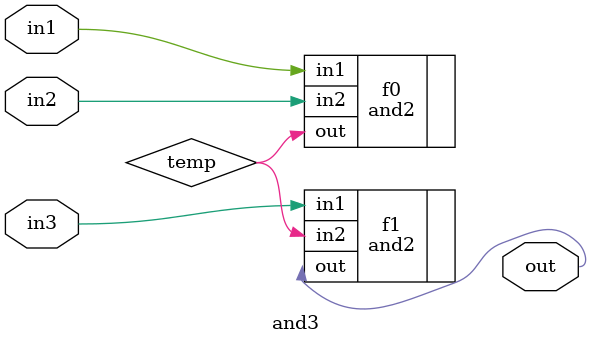
<source format=v>
module and3(out, in1, in2, in3);

	output out;
	input in1, in2, in3;

	wire temp;

	and2 f0(.out(temp), .in1(in1), .in2(in2));
	and2 f1(.out(out), .in1(in3), .in2(temp));

endmodule
</source>
